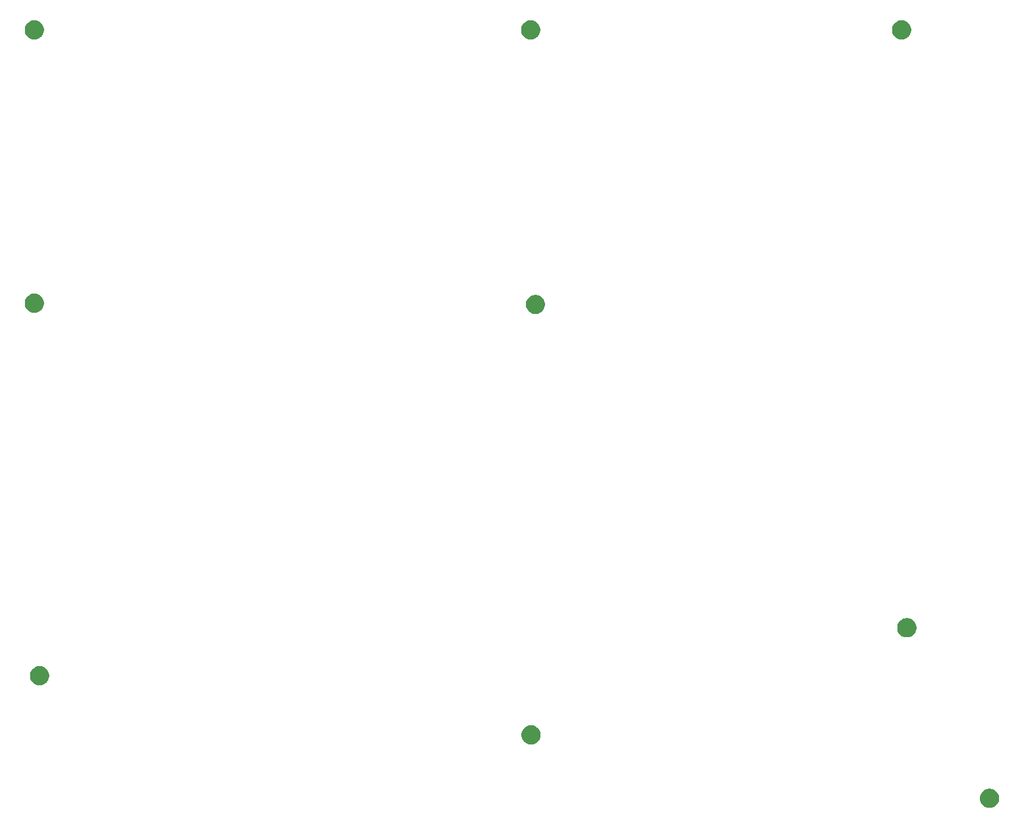
<source format=gbr>
G04 #@! TF.GenerationSoftware,KiCad,Pcbnew,(5.1.5)-3*
G04 #@! TF.CreationDate,2020-01-18T12:49:33+05:30*
G04 #@! TF.ProjectId,ergocape,6572676f-6361-4706-952e-6b696361645f,rev?*
G04 #@! TF.SameCoordinates,Original*
G04 #@! TF.FileFunction,Soldermask,Bot*
G04 #@! TF.FilePolarity,Negative*
%FSLAX46Y46*%
G04 Gerber Fmt 4.6, Leading zero omitted, Abs format (unit mm)*
G04 Created by KiCad (PCBNEW (5.1.5)-3) date 2020-01-18 12:49:33*
%MOMM*%
%LPD*%
G04 APERTURE LIST*
%ADD10C,0.100000*%
G04 APERTURE END LIST*
D10*
G36*
X179769433Y-131349893D02*
G01*
X179859657Y-131367839D01*
X179965267Y-131411585D01*
X180114621Y-131473449D01*
X180114622Y-131473450D01*
X180344086Y-131626772D01*
X180539228Y-131821914D01*
X180641675Y-131975237D01*
X180692551Y-132051379D01*
X180798161Y-132306344D01*
X180852000Y-132577012D01*
X180852000Y-132852988D01*
X180798161Y-133123656D01*
X180692551Y-133378621D01*
X180692550Y-133378622D01*
X180539228Y-133608086D01*
X180344086Y-133803228D01*
X180190763Y-133905675D01*
X180114621Y-133956551D01*
X179965267Y-134018415D01*
X179859657Y-134062161D01*
X179769433Y-134080107D01*
X179588988Y-134116000D01*
X179313012Y-134116000D01*
X179132567Y-134080107D01*
X179042343Y-134062161D01*
X178936733Y-134018415D01*
X178787379Y-133956551D01*
X178711237Y-133905675D01*
X178557914Y-133803228D01*
X178362772Y-133608086D01*
X178209450Y-133378622D01*
X178209449Y-133378621D01*
X178103839Y-133123656D01*
X178050000Y-132852988D01*
X178050000Y-132577012D01*
X178103839Y-132306344D01*
X178209449Y-132051379D01*
X178260325Y-131975237D01*
X178362772Y-131821914D01*
X178557914Y-131626772D01*
X178787378Y-131473450D01*
X178787379Y-131473449D01*
X178936733Y-131411585D01*
X179042343Y-131367839D01*
X179132567Y-131349893D01*
X179313012Y-131314000D01*
X179588988Y-131314000D01*
X179769433Y-131349893D01*
G37*
G36*
X112904433Y-122078893D02*
G01*
X112994657Y-122096839D01*
X113100267Y-122140585D01*
X113249621Y-122202449D01*
X113249622Y-122202450D01*
X113479086Y-122355772D01*
X113674228Y-122550914D01*
X113776675Y-122704237D01*
X113827551Y-122780379D01*
X113933161Y-123035344D01*
X113987000Y-123306012D01*
X113987000Y-123581988D01*
X113933161Y-123852656D01*
X113827551Y-124107621D01*
X113827550Y-124107622D01*
X113674228Y-124337086D01*
X113479086Y-124532228D01*
X113325763Y-124634675D01*
X113249621Y-124685551D01*
X113100267Y-124747415D01*
X112994657Y-124791161D01*
X112904433Y-124809107D01*
X112723988Y-124845000D01*
X112448012Y-124845000D01*
X112267567Y-124809107D01*
X112177343Y-124791161D01*
X112071733Y-124747415D01*
X111922379Y-124685551D01*
X111846237Y-124634675D01*
X111692914Y-124532228D01*
X111497772Y-124337086D01*
X111344450Y-124107622D01*
X111344449Y-124107621D01*
X111238839Y-123852656D01*
X111185000Y-123581988D01*
X111185000Y-123306012D01*
X111238839Y-123035344D01*
X111344449Y-122780379D01*
X111395325Y-122704237D01*
X111497772Y-122550914D01*
X111692914Y-122355772D01*
X111922378Y-122202450D01*
X111922379Y-122202449D01*
X112071733Y-122140585D01*
X112177343Y-122096839D01*
X112267567Y-122078893D01*
X112448012Y-122043000D01*
X112723988Y-122043000D01*
X112904433Y-122078893D01*
G37*
G36*
X41212433Y-113442893D02*
G01*
X41302657Y-113460839D01*
X41408267Y-113504585D01*
X41557621Y-113566449D01*
X41557622Y-113566450D01*
X41787086Y-113719772D01*
X41982228Y-113914914D01*
X42084675Y-114068237D01*
X42135551Y-114144379D01*
X42241161Y-114399344D01*
X42295000Y-114670012D01*
X42295000Y-114945988D01*
X42241161Y-115216656D01*
X42135551Y-115471621D01*
X42135550Y-115471622D01*
X41982228Y-115701086D01*
X41787086Y-115896228D01*
X41633763Y-115998675D01*
X41557621Y-116049551D01*
X41408267Y-116111415D01*
X41302657Y-116155161D01*
X41212433Y-116173107D01*
X41031988Y-116209000D01*
X40756012Y-116209000D01*
X40575567Y-116173107D01*
X40485343Y-116155161D01*
X40379733Y-116111415D01*
X40230379Y-116049551D01*
X40154237Y-115998675D01*
X40000914Y-115896228D01*
X39805772Y-115701086D01*
X39652450Y-115471622D01*
X39652449Y-115471621D01*
X39546839Y-115216656D01*
X39493000Y-114945988D01*
X39493000Y-114670012D01*
X39546839Y-114399344D01*
X39652449Y-114144379D01*
X39703325Y-114068237D01*
X39805772Y-113914914D01*
X40000914Y-113719772D01*
X40230378Y-113566450D01*
X40230379Y-113566449D01*
X40379733Y-113504585D01*
X40485343Y-113460839D01*
X40575567Y-113442893D01*
X40756012Y-113407000D01*
X41031988Y-113407000D01*
X41212433Y-113442893D01*
G37*
G36*
X167704433Y-106457893D02*
G01*
X167794657Y-106475839D01*
X167900267Y-106519585D01*
X168049621Y-106581449D01*
X168049622Y-106581450D01*
X168279086Y-106734772D01*
X168474228Y-106929914D01*
X168576675Y-107083237D01*
X168627551Y-107159379D01*
X168733161Y-107414344D01*
X168787000Y-107685012D01*
X168787000Y-107960988D01*
X168733161Y-108231656D01*
X168627551Y-108486621D01*
X168627550Y-108486622D01*
X168474228Y-108716086D01*
X168279086Y-108911228D01*
X168125763Y-109013675D01*
X168049621Y-109064551D01*
X167900267Y-109126415D01*
X167794657Y-109170161D01*
X167704433Y-109188107D01*
X167523988Y-109224000D01*
X167248012Y-109224000D01*
X167067567Y-109188107D01*
X166977343Y-109170161D01*
X166871733Y-109126415D01*
X166722379Y-109064551D01*
X166646237Y-109013675D01*
X166492914Y-108911228D01*
X166297772Y-108716086D01*
X166144450Y-108486622D01*
X166144449Y-108486621D01*
X166038839Y-108231656D01*
X165985000Y-107960988D01*
X165985000Y-107685012D01*
X166038839Y-107414344D01*
X166144449Y-107159379D01*
X166195325Y-107083237D01*
X166297772Y-106929914D01*
X166492914Y-106734772D01*
X166722378Y-106581450D01*
X166722379Y-106581449D01*
X166871733Y-106519585D01*
X166977343Y-106475839D01*
X167067567Y-106457893D01*
X167248012Y-106422000D01*
X167523988Y-106422000D01*
X167704433Y-106457893D01*
G37*
G36*
X113538433Y-59277393D02*
G01*
X113628657Y-59295339D01*
X113734267Y-59339085D01*
X113883621Y-59400949D01*
X113883622Y-59400950D01*
X114113086Y-59554272D01*
X114308228Y-59749414D01*
X114334263Y-59788379D01*
X114461551Y-59978879D01*
X114567161Y-60233844D01*
X114621000Y-60504512D01*
X114621000Y-60780488D01*
X114567161Y-61051156D01*
X114461551Y-61306121D01*
X114461550Y-61306122D01*
X114308228Y-61535586D01*
X114113086Y-61730728D01*
X114010668Y-61799161D01*
X113883621Y-61884051D01*
X113734267Y-61945915D01*
X113628657Y-61989661D01*
X113538433Y-62007607D01*
X113357988Y-62043500D01*
X113082012Y-62043500D01*
X112901567Y-62007607D01*
X112811343Y-61989661D01*
X112705733Y-61945915D01*
X112556379Y-61884051D01*
X112429332Y-61799161D01*
X112326914Y-61730728D01*
X112131772Y-61535586D01*
X111978450Y-61306122D01*
X111978449Y-61306121D01*
X111872839Y-61051156D01*
X111819000Y-60780488D01*
X111819000Y-60504512D01*
X111872839Y-60233844D01*
X111978449Y-59978879D01*
X112105737Y-59788379D01*
X112131772Y-59749414D01*
X112326914Y-59554272D01*
X112556378Y-59400950D01*
X112556379Y-59400949D01*
X112705733Y-59339085D01*
X112811343Y-59295339D01*
X112901567Y-59277393D01*
X113082012Y-59241500D01*
X113357988Y-59241500D01*
X113538433Y-59277393D01*
G37*
G36*
X40450433Y-59086893D02*
G01*
X40540657Y-59104839D01*
X40646267Y-59148585D01*
X40795621Y-59210449D01*
X40795622Y-59210450D01*
X41025086Y-59363772D01*
X41220228Y-59558914D01*
X41322675Y-59712237D01*
X41373551Y-59788379D01*
X41479161Y-60043344D01*
X41533000Y-60314012D01*
X41533000Y-60589988D01*
X41479161Y-60860656D01*
X41373551Y-61115621D01*
X41373550Y-61115622D01*
X41220228Y-61345086D01*
X41025086Y-61540228D01*
X40871763Y-61642675D01*
X40795621Y-61693551D01*
X40646267Y-61755415D01*
X40540657Y-61799161D01*
X40450433Y-61817107D01*
X40269988Y-61853000D01*
X39994012Y-61853000D01*
X39813567Y-61817107D01*
X39723343Y-61799161D01*
X39617733Y-61755415D01*
X39468379Y-61693551D01*
X39392237Y-61642675D01*
X39238914Y-61540228D01*
X39043772Y-61345086D01*
X38890450Y-61115622D01*
X38890449Y-61115621D01*
X38784839Y-60860656D01*
X38731000Y-60589988D01*
X38731000Y-60314012D01*
X38784839Y-60043344D01*
X38890449Y-59788379D01*
X38941325Y-59712237D01*
X39043772Y-59558914D01*
X39238914Y-59363772D01*
X39468378Y-59210450D01*
X39468379Y-59210449D01*
X39617733Y-59148585D01*
X39723343Y-59104839D01*
X39813567Y-59086893D01*
X39994012Y-59051000D01*
X40269988Y-59051000D01*
X40450433Y-59086893D01*
G37*
G36*
X112840433Y-19208893D02*
G01*
X112930657Y-19226839D01*
X113036267Y-19270585D01*
X113185621Y-19332449D01*
X113185622Y-19332450D01*
X113415086Y-19485772D01*
X113610228Y-19680914D01*
X113712675Y-19834237D01*
X113763551Y-19910379D01*
X113869161Y-20165344D01*
X113923000Y-20436012D01*
X113923000Y-20711988D01*
X113869161Y-20982656D01*
X113763551Y-21237621D01*
X113763550Y-21237622D01*
X113610228Y-21467086D01*
X113415086Y-21662228D01*
X113261763Y-21764675D01*
X113185621Y-21815551D01*
X113036267Y-21877415D01*
X112930657Y-21921161D01*
X112840433Y-21939107D01*
X112659988Y-21975000D01*
X112384012Y-21975000D01*
X112203567Y-21939107D01*
X112113343Y-21921161D01*
X112007733Y-21877415D01*
X111858379Y-21815551D01*
X111782237Y-21764675D01*
X111628914Y-21662228D01*
X111433772Y-21467086D01*
X111280450Y-21237622D01*
X111280449Y-21237621D01*
X111174839Y-20982656D01*
X111121000Y-20711988D01*
X111121000Y-20436012D01*
X111174839Y-20165344D01*
X111280449Y-19910379D01*
X111331325Y-19834237D01*
X111433772Y-19680914D01*
X111628914Y-19485772D01*
X111858378Y-19332450D01*
X111858379Y-19332449D01*
X112007733Y-19270585D01*
X112113343Y-19226839D01*
X112203567Y-19208893D01*
X112384012Y-19173000D01*
X112659988Y-19173000D01*
X112840433Y-19208893D01*
G37*
G36*
X40450433Y-19208893D02*
G01*
X40540657Y-19226839D01*
X40646267Y-19270585D01*
X40795621Y-19332449D01*
X40795622Y-19332450D01*
X41025086Y-19485772D01*
X41220228Y-19680914D01*
X41322675Y-19834237D01*
X41373551Y-19910379D01*
X41479161Y-20165344D01*
X41533000Y-20436012D01*
X41533000Y-20711988D01*
X41479161Y-20982656D01*
X41373551Y-21237621D01*
X41373550Y-21237622D01*
X41220228Y-21467086D01*
X41025086Y-21662228D01*
X40871763Y-21764675D01*
X40795621Y-21815551D01*
X40646267Y-21877415D01*
X40540657Y-21921161D01*
X40450433Y-21939107D01*
X40269988Y-21975000D01*
X39994012Y-21975000D01*
X39813567Y-21939107D01*
X39723343Y-21921161D01*
X39617733Y-21877415D01*
X39468379Y-21815551D01*
X39392237Y-21764675D01*
X39238914Y-21662228D01*
X39043772Y-21467086D01*
X38890450Y-21237622D01*
X38890449Y-21237621D01*
X38784839Y-20982656D01*
X38731000Y-20711988D01*
X38731000Y-20436012D01*
X38784839Y-20165344D01*
X38890449Y-19910379D01*
X38941325Y-19834237D01*
X39043772Y-19680914D01*
X39238914Y-19485772D01*
X39468378Y-19332450D01*
X39468379Y-19332449D01*
X39617733Y-19270585D01*
X39723343Y-19226839D01*
X39813567Y-19208893D01*
X39994012Y-19173000D01*
X40269988Y-19173000D01*
X40450433Y-19208893D01*
G37*
G36*
X166942433Y-19208893D02*
G01*
X167032657Y-19226839D01*
X167138267Y-19270585D01*
X167287621Y-19332449D01*
X167287622Y-19332450D01*
X167517086Y-19485772D01*
X167712228Y-19680914D01*
X167814675Y-19834237D01*
X167865551Y-19910379D01*
X167971161Y-20165344D01*
X168025000Y-20436012D01*
X168025000Y-20711988D01*
X167971161Y-20982656D01*
X167865551Y-21237621D01*
X167865550Y-21237622D01*
X167712228Y-21467086D01*
X167517086Y-21662228D01*
X167363763Y-21764675D01*
X167287621Y-21815551D01*
X167138267Y-21877415D01*
X167032657Y-21921161D01*
X166942433Y-21939107D01*
X166761988Y-21975000D01*
X166486012Y-21975000D01*
X166305567Y-21939107D01*
X166215343Y-21921161D01*
X166109733Y-21877415D01*
X165960379Y-21815551D01*
X165884237Y-21764675D01*
X165730914Y-21662228D01*
X165535772Y-21467086D01*
X165382450Y-21237622D01*
X165382449Y-21237621D01*
X165276839Y-20982656D01*
X165223000Y-20711988D01*
X165223000Y-20436012D01*
X165276839Y-20165344D01*
X165382449Y-19910379D01*
X165433325Y-19834237D01*
X165535772Y-19680914D01*
X165730914Y-19485772D01*
X165960378Y-19332450D01*
X165960379Y-19332449D01*
X166109733Y-19270585D01*
X166215343Y-19226839D01*
X166305567Y-19208893D01*
X166486012Y-19173000D01*
X166761988Y-19173000D01*
X166942433Y-19208893D01*
G37*
M02*

</source>
